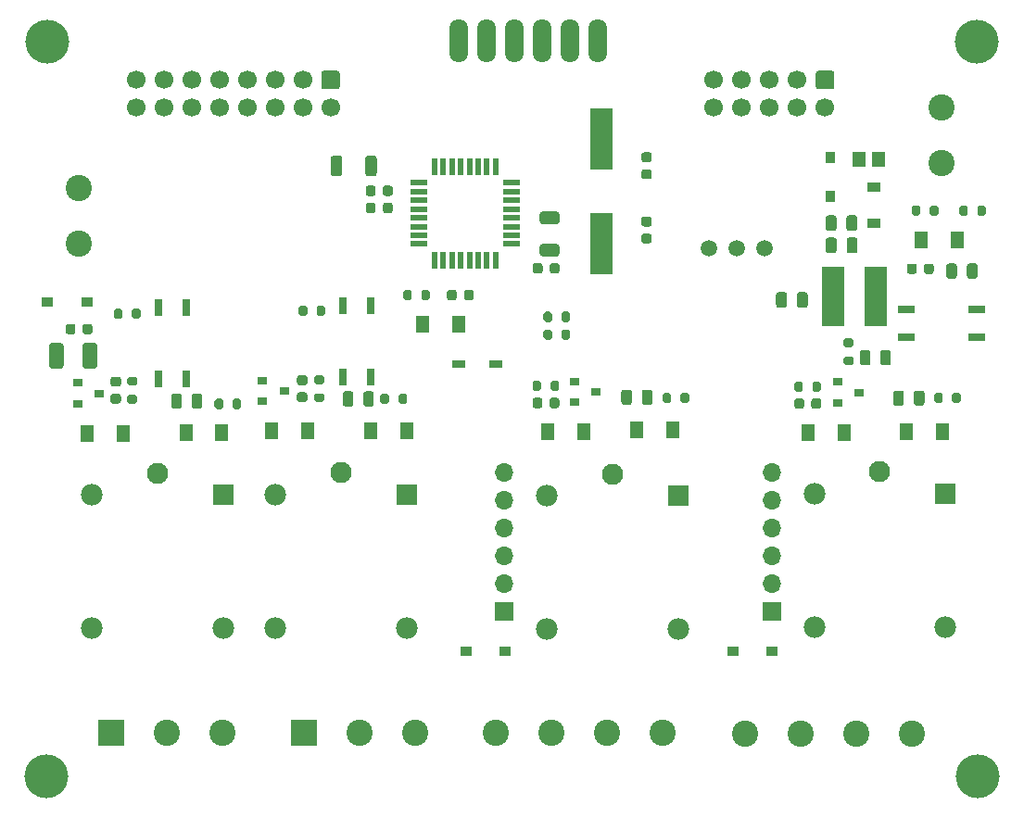
<source format=gbr>
%TF.GenerationSoftware,KiCad,Pcbnew,(5.1.10)-1*%
%TF.CreationDate,2021-12-03T15:52:50+05:30*%
%TF.ProjectId,Relay Board 2.0,52656c61-7920-4426-9f61-726420322e30,rev?*%
%TF.SameCoordinates,Original*%
%TF.FileFunction,Soldermask,Top*%
%TF.FilePolarity,Negative*%
%FSLAX46Y46*%
G04 Gerber Fmt 4.6, Leading zero omitted, Abs format (unit mm)*
G04 Created by KiCad (PCBNEW (5.1.10)-1) date 2021-12-03 15:52:50*
%MOMM*%
%LPD*%
G01*
G04 APERTURE LIST*
%ADD10R,1.200000X0.900000*%
%ADD11C,4.000000*%
%ADD12C,1.980000*%
%ADD13C,1.935000*%
%ADD14R,1.980000X1.980000*%
%ADD15C,1.700000*%
%ADD16O,1.700000X4.000000*%
%ADD17C,2.400000*%
%ADD18R,2.400000X2.400000*%
%ADD19R,2.100000X5.600000*%
%ADD20R,1.550000X0.700000*%
%ADD21R,0.700000X1.550000*%
%ADD22R,1.150000X1.470000*%
%ADD23R,0.900000X0.800000*%
%ADD24C,1.500000*%
%ADD25R,2.150000X5.500000*%
%ADD26O,1.700000X1.700000*%
%ADD27R,1.700000X1.700000*%
%ADD28R,0.600000X1.500000*%
%ADD29R,1.500000X0.600000*%
%ADD30R,1.200000X0.750000*%
%ADD31R,1.150000X1.650000*%
%ADD32R,0.850000X1.050000*%
%ADD33R,1.050000X0.850000*%
G04 APERTURE END LIST*
D10*
%TO.C,D22*%
X178041300Y-62662800D03*
X178041300Y-65962800D03*
%TD*%
%TO.C,C17*%
G36*
G01*
X104013500Y-77179998D02*
X104013500Y-79030002D01*
G75*
G02*
X103763502Y-79280000I-249998J0D01*
G01*
X102938498Y-79280000D01*
G75*
G02*
X102688500Y-79030002I0J249998D01*
G01*
X102688500Y-77179998D01*
G75*
G02*
X102938498Y-76930000I249998J0D01*
G01*
X103763502Y-76930000D01*
G75*
G02*
X104013500Y-77179998I0J-249998D01*
G01*
G37*
G36*
G01*
X107088500Y-77179998D02*
X107088500Y-79030002D01*
G75*
G02*
X106838502Y-79280000I-249998J0D01*
G01*
X106013498Y-79280000D01*
G75*
G02*
X105763500Y-79030002I0J249998D01*
G01*
X105763500Y-77179998D01*
G75*
G02*
X106013498Y-76930000I249998J0D01*
G01*
X106838502Y-76930000D01*
G75*
G02*
X107088500Y-77179998I0J-249998D01*
G01*
G37*
%TD*%
%TO.C,D8*%
G36*
G01*
X131399700Y-82510950D02*
X131399700Y-81598450D01*
G75*
G02*
X131643450Y-81354700I243750J0D01*
G01*
X132130950Y-81354700D01*
G75*
G02*
X132374700Y-81598450I0J-243750D01*
G01*
X132374700Y-82510950D01*
G75*
G02*
X132130950Y-82754700I-243750J0D01*
G01*
X131643450Y-82754700D01*
G75*
G02*
X131399700Y-82510950I0J243750D01*
G01*
G37*
G36*
G01*
X129524700Y-82510950D02*
X129524700Y-81598450D01*
G75*
G02*
X129768450Y-81354700I243750J0D01*
G01*
X130255950Y-81354700D01*
G75*
G02*
X130499700Y-81598450I0J-243750D01*
G01*
X130499700Y-82510950D01*
G75*
G02*
X130255950Y-82754700I-243750J0D01*
G01*
X129768450Y-82754700D01*
G75*
G02*
X129524700Y-82510950I0J243750D01*
G01*
G37*
%TD*%
%TO.C,R13*%
G36*
G01*
X175480300Y-78174400D02*
X176030300Y-78174400D01*
G75*
G02*
X176230300Y-78374400I0J-200000D01*
G01*
X176230300Y-78774400D01*
G75*
G02*
X176030300Y-78974400I-200000J0D01*
G01*
X175480300Y-78974400D01*
G75*
G02*
X175280300Y-78774400I0J200000D01*
G01*
X175280300Y-78374400D01*
G75*
G02*
X175480300Y-78174400I200000J0D01*
G01*
G37*
G36*
G01*
X175480300Y-76524400D02*
X176030300Y-76524400D01*
G75*
G02*
X176230300Y-76724400I0J-200000D01*
G01*
X176230300Y-77124400D01*
G75*
G02*
X176030300Y-77324400I-200000J0D01*
G01*
X175480300Y-77324400D01*
G75*
G02*
X175280300Y-77124400I0J200000D01*
G01*
X175280300Y-76724400D01*
G75*
G02*
X175480300Y-76524400I200000J0D01*
G01*
G37*
%TD*%
D11*
%TO.C,H4*%
X102440000Y-116570000D03*
%TD*%
%TO.C,H3*%
X187520000Y-116530000D03*
%TD*%
%TO.C,H2*%
X187460000Y-49430000D03*
%TD*%
%TO.C,H1*%
X102490000Y-49420000D03*
%TD*%
%TO.C,C12*%
G36*
G01*
X170120000Y-72535000D02*
X170120000Y-73485000D01*
G75*
G02*
X169870000Y-73735000I-250000J0D01*
G01*
X169370000Y-73735000D01*
G75*
G02*
X169120000Y-73485000I0J250000D01*
G01*
X169120000Y-72535000D01*
G75*
G02*
X169370000Y-72285000I250000J0D01*
G01*
X169870000Y-72285000D01*
G75*
G02*
X170120000Y-72535000I0J-250000D01*
G01*
G37*
G36*
G01*
X172020000Y-72535000D02*
X172020000Y-73485000D01*
G75*
G02*
X171770000Y-73735000I-250000J0D01*
G01*
X171270000Y-73735000D01*
G75*
G02*
X171020000Y-73485000I0J250000D01*
G01*
X171020000Y-72535000D01*
G75*
G02*
X171270000Y-72285000I250000J0D01*
G01*
X171770000Y-72285000D01*
G75*
G02*
X172020000Y-72535000I0J-250000D01*
G01*
G37*
%TD*%
%TO.C,C8*%
G36*
G01*
X174644900Y-65514200D02*
X174644900Y-66464200D01*
G75*
G02*
X174394900Y-66714200I-250000J0D01*
G01*
X173894900Y-66714200D01*
G75*
G02*
X173644900Y-66464200I0J250000D01*
G01*
X173644900Y-65514200D01*
G75*
G02*
X173894900Y-65264200I250000J0D01*
G01*
X174394900Y-65264200D01*
G75*
G02*
X174644900Y-65514200I0J-250000D01*
G01*
G37*
G36*
G01*
X176544900Y-65514200D02*
X176544900Y-66464200D01*
G75*
G02*
X176294900Y-66714200I-250000J0D01*
G01*
X175794900Y-66714200D01*
G75*
G02*
X175544900Y-66464200I0J250000D01*
G01*
X175544900Y-65514200D01*
G75*
G02*
X175794900Y-65264200I250000J0D01*
G01*
X176294900Y-65264200D01*
G75*
G02*
X176544900Y-65514200I0J-250000D01*
G01*
G37*
%TD*%
%TO.C,C7*%
G36*
G01*
X174657600Y-67546200D02*
X174657600Y-68496200D01*
G75*
G02*
X174407600Y-68746200I-250000J0D01*
G01*
X173907600Y-68746200D01*
G75*
G02*
X173657600Y-68496200I0J250000D01*
G01*
X173657600Y-67546200D01*
G75*
G02*
X173907600Y-67296200I250000J0D01*
G01*
X174407600Y-67296200D01*
G75*
G02*
X174657600Y-67546200I0J-250000D01*
G01*
G37*
G36*
G01*
X176557600Y-67546200D02*
X176557600Y-68496200D01*
G75*
G02*
X176307600Y-68746200I-250000J0D01*
G01*
X175807600Y-68746200D01*
G75*
G02*
X175557600Y-68496200I0J250000D01*
G01*
X175557600Y-67546200D01*
G75*
G02*
X175807600Y-67296200I250000J0D01*
G01*
X176307600Y-67296200D01*
G75*
G02*
X176557600Y-67546200I0J-250000D01*
G01*
G37*
%TD*%
D12*
%TO.C,K3*%
X135360000Y-103000000D03*
X123360000Y-103000000D03*
X123360000Y-90800000D03*
D13*
X129360000Y-88800000D03*
D14*
X135360000Y-90800000D03*
%TD*%
D15*
%TO.C,J11*%
X163440000Y-55440000D03*
X165980000Y-55440000D03*
X168520000Y-55440000D03*
X171060000Y-55440000D03*
X173600000Y-55440000D03*
X163440000Y-52900000D03*
X165980000Y-52900000D03*
X168520000Y-52900000D03*
X171060000Y-52900000D03*
G36*
G01*
X173000000Y-52050000D02*
X174200000Y-52050000D01*
G75*
G02*
X174450000Y-52300000I0J-250000D01*
G01*
X174450000Y-53500000D01*
G75*
G02*
X174200000Y-53750000I-250000J0D01*
G01*
X173000000Y-53750000D01*
G75*
G02*
X172750000Y-53500000I0J250000D01*
G01*
X172750000Y-52300000D01*
G75*
G02*
X173000000Y-52050000I250000J0D01*
G01*
G37*
%TD*%
%TO.C,C14*%
G36*
G01*
X140595000Y-72810000D02*
X140595000Y-72310000D01*
G75*
G02*
X140820000Y-72085000I225000J0D01*
G01*
X141270000Y-72085000D01*
G75*
G02*
X141495000Y-72310000I0J-225000D01*
G01*
X141495000Y-72810000D01*
G75*
G02*
X141270000Y-73035000I-225000J0D01*
G01*
X140820000Y-73035000D01*
G75*
G02*
X140595000Y-72810000I0J225000D01*
G01*
G37*
G36*
G01*
X139045000Y-72810000D02*
X139045000Y-72310000D01*
G75*
G02*
X139270000Y-72085000I225000J0D01*
G01*
X139720000Y-72085000D01*
G75*
G02*
X139945000Y-72310000I0J-225000D01*
G01*
X139945000Y-72810000D01*
G75*
G02*
X139720000Y-73035000I-225000J0D01*
G01*
X139270000Y-73035000D01*
G75*
G02*
X139045000Y-72810000I0J225000D01*
G01*
G37*
%TD*%
D16*
%TO.C,J10*%
X152789600Y-49330000D03*
X150249600Y-49330000D03*
X147709600Y-49330000D03*
X145169600Y-49330000D03*
X142629600Y-49330000D03*
X140089600Y-49330000D03*
%TD*%
D17*
%TO.C,J5*%
X118560000Y-112600000D03*
X113480000Y-112600000D03*
D18*
X108400000Y-112600000D03*
%TD*%
D17*
%TO.C,J4*%
X136110000Y-112600000D03*
X131030000Y-112600000D03*
D18*
X125950000Y-112600000D03*
%TD*%
D19*
%TO.C,Y1*%
X153170000Y-58330000D03*
X153170000Y-67830000D03*
%TD*%
D20*
%TO.C,U3*%
X180990000Y-76430000D03*
X180990000Y-73890000D03*
X187490000Y-73890000D03*
X187490000Y-76430000D03*
%TD*%
D21*
%TO.C,U2*%
X115190000Y-80200000D03*
X112650000Y-80200000D03*
X112650000Y-73700000D03*
X115190000Y-73700000D03*
%TD*%
%TO.C,U1*%
X132090000Y-80021500D03*
X129550000Y-80021500D03*
X129550000Y-73521500D03*
X132090000Y-73521500D03*
%TD*%
D22*
%TO.C,RT1*%
X178490000Y-60170000D03*
X176730000Y-60170000D03*
%TD*%
%TO.C,R16*%
G36*
G01*
X136695000Y-72835000D02*
X136695000Y-72285000D01*
G75*
G02*
X136895000Y-72085000I200000J0D01*
G01*
X137295000Y-72085000D01*
G75*
G02*
X137495000Y-72285000I0J-200000D01*
G01*
X137495000Y-72835000D01*
G75*
G02*
X137295000Y-73035000I-200000J0D01*
G01*
X136895000Y-73035000D01*
G75*
G02*
X136695000Y-72835000I0J200000D01*
G01*
G37*
G36*
G01*
X135045000Y-72835000D02*
X135045000Y-72285000D01*
G75*
G02*
X135245000Y-72085000I200000J0D01*
G01*
X135645000Y-72085000D01*
G75*
G02*
X135845000Y-72285000I0J-200000D01*
G01*
X135845000Y-72835000D01*
G75*
G02*
X135645000Y-73035000I-200000J0D01*
G01*
X135245000Y-73035000D01*
G75*
G02*
X135045000Y-72835000I0J200000D01*
G01*
G37*
%TD*%
%TO.C,R15*%
G36*
G01*
X149515000Y-76445000D02*
X149515000Y-75895000D01*
G75*
G02*
X149715000Y-75695000I200000J0D01*
G01*
X150115000Y-75695000D01*
G75*
G02*
X150315000Y-75895000I0J-200000D01*
G01*
X150315000Y-76445000D01*
G75*
G02*
X150115000Y-76645000I-200000J0D01*
G01*
X149715000Y-76645000D01*
G75*
G02*
X149515000Y-76445000I0J200000D01*
G01*
G37*
G36*
G01*
X147865000Y-76445000D02*
X147865000Y-75895000D01*
G75*
G02*
X148065000Y-75695000I200000J0D01*
G01*
X148465000Y-75695000D01*
G75*
G02*
X148665000Y-75895000I0J-200000D01*
G01*
X148665000Y-76445000D01*
G75*
G02*
X148465000Y-76645000I-200000J0D01*
G01*
X148065000Y-76645000D01*
G75*
G02*
X147865000Y-76445000I0J200000D01*
G01*
G37*
%TD*%
%TO.C,R14*%
G36*
G01*
X148655000Y-74275000D02*
X148655000Y-74825000D01*
G75*
G02*
X148455000Y-75025000I-200000J0D01*
G01*
X148055000Y-75025000D01*
G75*
G02*
X147855000Y-74825000I0J200000D01*
G01*
X147855000Y-74275000D01*
G75*
G02*
X148055000Y-74075000I200000J0D01*
G01*
X148455000Y-74075000D01*
G75*
G02*
X148655000Y-74275000I0J-200000D01*
G01*
G37*
G36*
G01*
X150305000Y-74275000D02*
X150305000Y-74825000D01*
G75*
G02*
X150105000Y-75025000I-200000J0D01*
G01*
X149705000Y-75025000D01*
G75*
G02*
X149505000Y-74825000I0J200000D01*
G01*
X149505000Y-74275000D01*
G75*
G02*
X149705000Y-74075000I200000J0D01*
G01*
X150105000Y-74075000D01*
G75*
G02*
X150305000Y-74275000I0J-200000D01*
G01*
G37*
%TD*%
%TO.C,R12*%
G36*
G01*
X119455000Y-82785000D02*
X119455000Y-82235000D01*
G75*
G02*
X119655000Y-82035000I200000J0D01*
G01*
X120055000Y-82035000D01*
G75*
G02*
X120255000Y-82235000I0J-200000D01*
G01*
X120255000Y-82785000D01*
G75*
G02*
X120055000Y-82985000I-200000J0D01*
G01*
X119655000Y-82985000D01*
G75*
G02*
X119455000Y-82785000I0J200000D01*
G01*
G37*
G36*
G01*
X117805000Y-82785000D02*
X117805000Y-82235000D01*
G75*
G02*
X118005000Y-82035000I200000J0D01*
G01*
X118405000Y-82035000D01*
G75*
G02*
X118605000Y-82235000I0J-200000D01*
G01*
X118605000Y-82785000D01*
G75*
G02*
X118405000Y-82985000I-200000J0D01*
G01*
X118005000Y-82985000D01*
G75*
G02*
X117805000Y-82785000I0J200000D01*
G01*
G37*
%TD*%
%TO.C,R11*%
G36*
G01*
X134613200Y-82317000D02*
X134613200Y-81767000D01*
G75*
G02*
X134813200Y-81567000I200000J0D01*
G01*
X135213200Y-81567000D01*
G75*
G02*
X135413200Y-81767000I0J-200000D01*
G01*
X135413200Y-82317000D01*
G75*
G02*
X135213200Y-82517000I-200000J0D01*
G01*
X134813200Y-82517000D01*
G75*
G02*
X134613200Y-82317000I0J200000D01*
G01*
G37*
G36*
G01*
X132963200Y-82317000D02*
X132963200Y-81767000D01*
G75*
G02*
X133163200Y-81567000I200000J0D01*
G01*
X133563200Y-81567000D01*
G75*
G02*
X133763200Y-81767000I0J-200000D01*
G01*
X133763200Y-82317000D01*
G75*
G02*
X133563200Y-82517000I-200000J0D01*
G01*
X133163200Y-82517000D01*
G75*
G02*
X132963200Y-82317000I0J200000D01*
G01*
G37*
%TD*%
%TO.C,R10*%
G36*
G01*
X110585000Y-80829600D02*
X110035000Y-80829600D01*
G75*
G02*
X109835000Y-80629600I0J200000D01*
G01*
X109835000Y-80229600D01*
G75*
G02*
X110035000Y-80029600I200000J0D01*
G01*
X110585000Y-80029600D01*
G75*
G02*
X110785000Y-80229600I0J-200000D01*
G01*
X110785000Y-80629600D01*
G75*
G02*
X110585000Y-80829600I-200000J0D01*
G01*
G37*
G36*
G01*
X110585000Y-82479600D02*
X110035000Y-82479600D01*
G75*
G02*
X109835000Y-82279600I0J200000D01*
G01*
X109835000Y-81879600D01*
G75*
G02*
X110035000Y-81679600I200000J0D01*
G01*
X110585000Y-81679600D01*
G75*
G02*
X110785000Y-81879600I0J-200000D01*
G01*
X110785000Y-82279600D01*
G75*
G02*
X110585000Y-82479600I-200000J0D01*
G01*
G37*
%TD*%
%TO.C,R9*%
G36*
G01*
X127655000Y-80695000D02*
X127105000Y-80695000D01*
G75*
G02*
X126905000Y-80495000I0J200000D01*
G01*
X126905000Y-80095000D01*
G75*
G02*
X127105000Y-79895000I200000J0D01*
G01*
X127655000Y-79895000D01*
G75*
G02*
X127855000Y-80095000I0J-200000D01*
G01*
X127855000Y-80495000D01*
G75*
G02*
X127655000Y-80695000I-200000J0D01*
G01*
G37*
G36*
G01*
X127655000Y-82345000D02*
X127105000Y-82345000D01*
G75*
G02*
X126905000Y-82145000I0J200000D01*
G01*
X126905000Y-81745000D01*
G75*
G02*
X127105000Y-81545000I200000J0D01*
G01*
X127655000Y-81545000D01*
G75*
G02*
X127855000Y-81745000I0J-200000D01*
G01*
X127855000Y-82145000D01*
G75*
G02*
X127655000Y-82345000I-200000J0D01*
G01*
G37*
%TD*%
%TO.C,R8*%
G36*
G01*
X182315000Y-64565000D02*
X182315000Y-65115000D01*
G75*
G02*
X182115000Y-65315000I-200000J0D01*
G01*
X181715000Y-65315000D01*
G75*
G02*
X181515000Y-65115000I0J200000D01*
G01*
X181515000Y-64565000D01*
G75*
G02*
X181715000Y-64365000I200000J0D01*
G01*
X182115000Y-64365000D01*
G75*
G02*
X182315000Y-64565000I0J-200000D01*
G01*
G37*
G36*
G01*
X183965000Y-64565000D02*
X183965000Y-65115000D01*
G75*
G02*
X183765000Y-65315000I-200000J0D01*
G01*
X183365000Y-65315000D01*
G75*
G02*
X183165000Y-65115000I0J200000D01*
G01*
X183165000Y-64565000D01*
G75*
G02*
X183365000Y-64365000I200000J0D01*
G01*
X183765000Y-64365000D01*
G75*
G02*
X183965000Y-64565000I0J-200000D01*
G01*
G37*
%TD*%
%TO.C,R7*%
G36*
G01*
X187495000Y-65125000D02*
X187495000Y-64575000D01*
G75*
G02*
X187695000Y-64375000I200000J0D01*
G01*
X188095000Y-64375000D01*
G75*
G02*
X188295000Y-64575000I0J-200000D01*
G01*
X188295000Y-65125000D01*
G75*
G02*
X188095000Y-65325000I-200000J0D01*
G01*
X187695000Y-65325000D01*
G75*
G02*
X187495000Y-65125000I0J200000D01*
G01*
G37*
G36*
G01*
X185845000Y-65125000D02*
X185845000Y-64575000D01*
G75*
G02*
X186045000Y-64375000I200000J0D01*
G01*
X186445000Y-64375000D01*
G75*
G02*
X186645000Y-64575000I0J-200000D01*
G01*
X186645000Y-65125000D01*
G75*
G02*
X186445000Y-65325000I-200000J0D01*
G01*
X186045000Y-65325000D01*
G75*
G02*
X185845000Y-65125000I0J200000D01*
G01*
G37*
%TD*%
%TO.C,R6*%
G36*
G01*
X185195000Y-82235000D02*
X185195000Y-81685000D01*
G75*
G02*
X185395000Y-81485000I200000J0D01*
G01*
X185795000Y-81485000D01*
G75*
G02*
X185995000Y-81685000I0J-200000D01*
G01*
X185995000Y-82235000D01*
G75*
G02*
X185795000Y-82435000I-200000J0D01*
G01*
X185395000Y-82435000D01*
G75*
G02*
X185195000Y-82235000I0J200000D01*
G01*
G37*
G36*
G01*
X183545000Y-82235000D02*
X183545000Y-81685000D01*
G75*
G02*
X183745000Y-81485000I200000J0D01*
G01*
X184145000Y-81485000D01*
G75*
G02*
X184345000Y-81685000I0J-200000D01*
G01*
X184345000Y-82235000D01*
G75*
G02*
X184145000Y-82435000I-200000J0D01*
G01*
X183745000Y-82435000D01*
G75*
G02*
X183545000Y-82235000I0J200000D01*
G01*
G37*
%TD*%
%TO.C,R5*%
G36*
G01*
X160385000Y-82235000D02*
X160385000Y-81685000D01*
G75*
G02*
X160585000Y-81485000I200000J0D01*
G01*
X160985000Y-81485000D01*
G75*
G02*
X161185000Y-81685000I0J-200000D01*
G01*
X161185000Y-82235000D01*
G75*
G02*
X160985000Y-82435000I-200000J0D01*
G01*
X160585000Y-82435000D01*
G75*
G02*
X160385000Y-82235000I0J200000D01*
G01*
G37*
G36*
G01*
X158735000Y-82235000D02*
X158735000Y-81685000D01*
G75*
G02*
X158935000Y-81485000I200000J0D01*
G01*
X159335000Y-81485000D01*
G75*
G02*
X159535000Y-81685000I0J-200000D01*
G01*
X159535000Y-82235000D01*
G75*
G02*
X159335000Y-82435000I-200000J0D01*
G01*
X158935000Y-82435000D01*
G75*
G02*
X158735000Y-82235000I0J200000D01*
G01*
G37*
%TD*%
%TO.C,R4*%
G36*
G01*
X172425000Y-81215000D02*
X172425000Y-80665000D01*
G75*
G02*
X172625000Y-80465000I200000J0D01*
G01*
X173025000Y-80465000D01*
G75*
G02*
X173225000Y-80665000I0J-200000D01*
G01*
X173225000Y-81215000D01*
G75*
G02*
X173025000Y-81415000I-200000J0D01*
G01*
X172625000Y-81415000D01*
G75*
G02*
X172425000Y-81215000I0J200000D01*
G01*
G37*
G36*
G01*
X170775000Y-81215000D02*
X170775000Y-80665000D01*
G75*
G02*
X170975000Y-80465000I200000J0D01*
G01*
X171375000Y-80465000D01*
G75*
G02*
X171575000Y-80665000I0J-200000D01*
G01*
X171575000Y-81215000D01*
G75*
G02*
X171375000Y-81415000I-200000J0D01*
G01*
X170975000Y-81415000D01*
G75*
G02*
X170775000Y-81215000I0J200000D01*
G01*
G37*
%TD*%
%TO.C,R3*%
G36*
G01*
X148505000Y-81125000D02*
X148505000Y-80575000D01*
G75*
G02*
X148705000Y-80375000I200000J0D01*
G01*
X149105000Y-80375000D01*
G75*
G02*
X149305000Y-80575000I0J-200000D01*
G01*
X149305000Y-81125000D01*
G75*
G02*
X149105000Y-81325000I-200000J0D01*
G01*
X148705000Y-81325000D01*
G75*
G02*
X148505000Y-81125000I0J200000D01*
G01*
G37*
G36*
G01*
X146855000Y-81125000D02*
X146855000Y-80575000D01*
G75*
G02*
X147055000Y-80375000I200000J0D01*
G01*
X147455000Y-80375000D01*
G75*
G02*
X147655000Y-80575000I0J-200000D01*
G01*
X147655000Y-81125000D01*
G75*
G02*
X147455000Y-81325000I-200000J0D01*
G01*
X147055000Y-81325000D01*
G75*
G02*
X146855000Y-81125000I0J200000D01*
G01*
G37*
%TD*%
%TO.C,R2*%
G36*
G01*
X110254600Y-74531900D02*
X110254600Y-73981900D01*
G75*
G02*
X110454600Y-73781900I200000J0D01*
G01*
X110854600Y-73781900D01*
G75*
G02*
X111054600Y-73981900I0J-200000D01*
G01*
X111054600Y-74531900D01*
G75*
G02*
X110854600Y-74731900I-200000J0D01*
G01*
X110454600Y-74731900D01*
G75*
G02*
X110254600Y-74531900I0J200000D01*
G01*
G37*
G36*
G01*
X108604600Y-74531900D02*
X108604600Y-73981900D01*
G75*
G02*
X108804600Y-73781900I200000J0D01*
G01*
X109204600Y-73781900D01*
G75*
G02*
X109404600Y-73981900I0J-200000D01*
G01*
X109404600Y-74531900D01*
G75*
G02*
X109204600Y-74731900I-200000J0D01*
G01*
X108804600Y-74731900D01*
G75*
G02*
X108604600Y-74531900I0J200000D01*
G01*
G37*
%TD*%
%TO.C,R1*%
G36*
G01*
X127132900Y-74277900D02*
X127132900Y-73727900D01*
G75*
G02*
X127332900Y-73527900I200000J0D01*
G01*
X127732900Y-73527900D01*
G75*
G02*
X127932900Y-73727900I0J-200000D01*
G01*
X127932900Y-74277900D01*
G75*
G02*
X127732900Y-74477900I-200000J0D01*
G01*
X127332900Y-74477900D01*
G75*
G02*
X127132900Y-74277900I0J200000D01*
G01*
G37*
G36*
G01*
X125482900Y-74277900D02*
X125482900Y-73727900D01*
G75*
G02*
X125682900Y-73527900I200000J0D01*
G01*
X126082900Y-73527900D01*
G75*
G02*
X126282900Y-73727900I0J-200000D01*
G01*
X126282900Y-74277900D01*
G75*
G02*
X126082900Y-74477900I-200000J0D01*
G01*
X125682900Y-74477900D01*
G75*
G02*
X125482900Y-74277900I0J200000D01*
G01*
G37*
%TD*%
D23*
%TO.C,Q4*%
X107290000Y-81534000D03*
X105290000Y-82484000D03*
X105290000Y-80584000D03*
%TD*%
%TO.C,Q3*%
X124200000Y-81310000D03*
X122200000Y-82260000D03*
X122200000Y-80360000D03*
%TD*%
%TO.C,Q2*%
X176710000Y-81460000D03*
X174710000Y-82410000D03*
X174710000Y-80510000D03*
%TD*%
%TO.C,Q1*%
X152670000Y-81390000D03*
X150670000Y-82340000D03*
X150670000Y-80440000D03*
%TD*%
D24*
%TO.C,PS1*%
X162950000Y-68265000D03*
X165490000Y-68265000D03*
X168030000Y-68265000D03*
%TD*%
%TO.C,L2*%
G36*
G01*
X131580600Y-61460001D02*
X131580600Y-60059999D01*
G75*
G02*
X131830599Y-59810000I249999J0D01*
G01*
X132380601Y-59810000D01*
G75*
G02*
X132630600Y-60059999I0J-249999D01*
G01*
X132630600Y-61460001D01*
G75*
G02*
X132380601Y-61710000I-249999J0D01*
G01*
X131830599Y-61710000D01*
G75*
G02*
X131580600Y-61460001I0J249999D01*
G01*
G37*
G36*
G01*
X128430600Y-61460001D02*
X128430600Y-60059999D01*
G75*
G02*
X128680599Y-59810000I249999J0D01*
G01*
X129230601Y-59810000D01*
G75*
G02*
X129480600Y-60059999I0J-249999D01*
G01*
X129480600Y-61460001D01*
G75*
G02*
X129230601Y-61710000I-249999J0D01*
G01*
X128680599Y-61710000D01*
G75*
G02*
X128430600Y-61460001I0J249999D01*
G01*
G37*
%TD*%
D25*
%TO.C,L1*%
X174363700Y-72656700D03*
X178213700Y-72656700D03*
%TD*%
D12*
%TO.C,K4*%
X118600000Y-103020000D03*
X106600000Y-103020000D03*
X106600000Y-90820000D03*
D13*
X112600000Y-88820000D03*
D14*
X118600000Y-90820000D03*
%TD*%
D12*
%TO.C,K2*%
X184600000Y-102910000D03*
X172600000Y-102910000D03*
X172600000Y-90710000D03*
D13*
X178600000Y-88710000D03*
D14*
X184600000Y-90710000D03*
%TD*%
D12*
%TO.C,K1*%
X160200000Y-103100000D03*
X148200000Y-103100000D03*
X148200000Y-90900000D03*
D13*
X154200000Y-88900000D03*
D14*
X160200000Y-90900000D03*
%TD*%
D26*
%TO.C,J9*%
X168700000Y-88800000D03*
X168700000Y-91340000D03*
X168700000Y-93880000D03*
X168700000Y-96420000D03*
X168700000Y-98960000D03*
D27*
X168700000Y-101500000D03*
%TD*%
D26*
%TO.C,J8*%
X144300000Y-88800000D03*
X144300000Y-91340000D03*
X144300000Y-93880000D03*
X144300000Y-96420000D03*
X144300000Y-98960000D03*
D27*
X144300000Y-101500000D03*
%TD*%
D15*
%TO.C,J7*%
X110620000Y-55440000D03*
X113160000Y-55440000D03*
X115700000Y-55440000D03*
X118240000Y-55440000D03*
X120780000Y-55440000D03*
X123320000Y-55440000D03*
X125860000Y-55440000D03*
X128400000Y-55440000D03*
X110620000Y-52900000D03*
X113160000Y-52900000D03*
X115700000Y-52900000D03*
X118240000Y-52900000D03*
X120780000Y-52900000D03*
X123320000Y-52900000D03*
X125860000Y-52900000D03*
G36*
G01*
X127800000Y-52050000D02*
X129000000Y-52050000D01*
G75*
G02*
X129250000Y-52300000I0J-250000D01*
G01*
X129250000Y-53500000D01*
G75*
G02*
X129000000Y-53750000I-250000J0D01*
G01*
X127800000Y-53750000D01*
G75*
G02*
X127550000Y-53500000I0J250000D01*
G01*
X127550000Y-52300000D01*
G75*
G02*
X127800000Y-52050000I250000J0D01*
G01*
G37*
%TD*%
D17*
%TO.C,J6*%
X105380000Y-67868800D03*
X105380000Y-62788800D03*
%TD*%
%TO.C,J3*%
X181540000Y-112620000D03*
X176460000Y-112620000D03*
X171380000Y-112620000D03*
X166300000Y-112620000D03*
%TD*%
%TO.C,J2*%
X158740000Y-112600000D03*
X153660000Y-112600000D03*
X148580000Y-112600000D03*
X143500000Y-112600000D03*
%TD*%
%TO.C,J1*%
X184210000Y-60490000D03*
X184210000Y-55410000D03*
%TD*%
D28*
%TO.C,IC1*%
X143500000Y-69350000D03*
X142700000Y-69350000D03*
X141900000Y-69350000D03*
X141100000Y-69350000D03*
X140300000Y-69350000D03*
X139500000Y-69350000D03*
X138700000Y-69350000D03*
X137900000Y-69350000D03*
D29*
X136450000Y-67900000D03*
X136450000Y-67100000D03*
X136450000Y-66300000D03*
X136450000Y-65500000D03*
X136450000Y-64700000D03*
X136450000Y-63900000D03*
X136450000Y-63100000D03*
X136450000Y-62300000D03*
D28*
X137900000Y-60850000D03*
X138700000Y-60850000D03*
X139500000Y-60850000D03*
X140300000Y-60850000D03*
X141100000Y-60850000D03*
X141900000Y-60850000D03*
X142700000Y-60850000D03*
X143500000Y-60850000D03*
D29*
X144950000Y-62300000D03*
X144950000Y-63100000D03*
X144950000Y-63900000D03*
X144950000Y-64700000D03*
X144950000Y-65500000D03*
X144950000Y-66300000D03*
X144950000Y-67100000D03*
X144950000Y-67900000D03*
%TD*%
D30*
%TO.C,D21*%
X143508200Y-78867000D03*
X140108200Y-78867000D03*
%TD*%
D31*
%TO.C,D20*%
X140150000Y-75200000D03*
X136850000Y-75200000D03*
%TD*%
D32*
%TO.C,D19*%
X174080000Y-59972800D03*
X174080000Y-63572800D03*
%TD*%
D33*
%TO.C,D18*%
X102568600Y-73152000D03*
X106168600Y-73152000D03*
%TD*%
%TO.C,D17*%
X165180000Y-105100000D03*
X168780000Y-105100000D03*
%TD*%
%TO.C,D16*%
X140790000Y-105080000D03*
X144390000Y-105080000D03*
%TD*%
%TO.C,D15*%
G36*
G01*
X177743700Y-77826550D02*
X177743700Y-78739050D01*
G75*
G02*
X177499950Y-78982800I-243750J0D01*
G01*
X177012450Y-78982800D01*
G75*
G02*
X176768700Y-78739050I0J243750D01*
G01*
X176768700Y-77826550D01*
G75*
G02*
X177012450Y-77582800I243750J0D01*
G01*
X177499950Y-77582800D01*
G75*
G02*
X177743700Y-77826550I0J-243750D01*
G01*
G37*
G36*
G01*
X179618700Y-77826550D02*
X179618700Y-78739050D01*
G75*
G02*
X179374950Y-78982800I-243750J0D01*
G01*
X178887450Y-78982800D01*
G75*
G02*
X178643700Y-78739050I0J243750D01*
G01*
X178643700Y-77826550D01*
G75*
G02*
X178887450Y-77582800I243750J0D01*
G01*
X179374950Y-77582800D01*
G75*
G02*
X179618700Y-77826550I0J-243750D01*
G01*
G37*
%TD*%
D31*
%TO.C,D14*%
X106198400Y-85191600D03*
X109498400Y-85191600D03*
%TD*%
%TO.C,D13*%
X115190000Y-85150000D03*
X118490000Y-85150000D03*
%TD*%
%TO.C,D12*%
X123050000Y-84980000D03*
X126350000Y-84980000D03*
%TD*%
%TO.C,D11*%
X132110000Y-84970000D03*
X135410000Y-84970000D03*
%TD*%
%TO.C,D10*%
G36*
G01*
X185650000Y-69903750D02*
X185650000Y-70816250D01*
G75*
G02*
X185406250Y-71060000I-243750J0D01*
G01*
X184918750Y-71060000D01*
G75*
G02*
X184675000Y-70816250I0J243750D01*
G01*
X184675000Y-69903750D01*
G75*
G02*
X184918750Y-69660000I243750J0D01*
G01*
X185406250Y-69660000D01*
G75*
G02*
X185650000Y-69903750I0J-243750D01*
G01*
G37*
G36*
G01*
X187525000Y-69903750D02*
X187525000Y-70816250D01*
G75*
G02*
X187281250Y-71060000I-243750J0D01*
G01*
X186793750Y-71060000D01*
G75*
G02*
X186550000Y-70816250I0J243750D01*
G01*
X186550000Y-69903750D01*
G75*
G02*
X186793750Y-69660000I243750J0D01*
G01*
X187281250Y-69660000D01*
G75*
G02*
X187525000Y-69903750I0J-243750D01*
G01*
G37*
%TD*%
%TO.C,D9*%
G36*
G01*
X115730000Y-82706250D02*
X115730000Y-81793750D01*
G75*
G02*
X115973750Y-81550000I243750J0D01*
G01*
X116461250Y-81550000D01*
G75*
G02*
X116705000Y-81793750I0J-243750D01*
G01*
X116705000Y-82706250D01*
G75*
G02*
X116461250Y-82950000I-243750J0D01*
G01*
X115973750Y-82950000D01*
G75*
G02*
X115730000Y-82706250I0J243750D01*
G01*
G37*
G36*
G01*
X113855000Y-82706250D02*
X113855000Y-81793750D01*
G75*
G02*
X114098750Y-81550000I243750J0D01*
G01*
X114586250Y-81550000D01*
G75*
G02*
X114830000Y-81793750I0J-243750D01*
G01*
X114830000Y-82706250D01*
G75*
G02*
X114586250Y-82950000I-243750J0D01*
G01*
X114098750Y-82950000D01*
G75*
G02*
X113855000Y-82706250I0J243750D01*
G01*
G37*
%TD*%
%TO.C,D7*%
X172080000Y-85130000D03*
X175380000Y-85130000D03*
%TD*%
%TO.C,D6*%
X181040000Y-85070000D03*
X184340000Y-85070000D03*
%TD*%
%TO.C,D5*%
X148230000Y-85060000D03*
X151530000Y-85060000D03*
%TD*%
%TO.C,D4*%
X156340000Y-84850000D03*
X159640000Y-84850000D03*
%TD*%
%TO.C,D3*%
X182400000Y-67500000D03*
X185700000Y-67500000D03*
%TD*%
%TO.C,D2*%
G36*
G01*
X181700000Y-82436250D02*
X181700000Y-81523750D01*
G75*
G02*
X181943750Y-81280000I243750J0D01*
G01*
X182431250Y-81280000D01*
G75*
G02*
X182675000Y-81523750I0J-243750D01*
G01*
X182675000Y-82436250D01*
G75*
G02*
X182431250Y-82680000I-243750J0D01*
G01*
X181943750Y-82680000D01*
G75*
G02*
X181700000Y-82436250I0J243750D01*
G01*
G37*
G36*
G01*
X179825000Y-82436250D02*
X179825000Y-81523750D01*
G75*
G02*
X180068750Y-81280000I243750J0D01*
G01*
X180556250Y-81280000D01*
G75*
G02*
X180800000Y-81523750I0J-243750D01*
G01*
X180800000Y-82436250D01*
G75*
G02*
X180556250Y-82680000I-243750J0D01*
G01*
X180068750Y-82680000D01*
G75*
G02*
X179825000Y-82436250I0J243750D01*
G01*
G37*
%TD*%
%TO.C,D1*%
G36*
G01*
X156850000Y-82356250D02*
X156850000Y-81443750D01*
G75*
G02*
X157093750Y-81200000I243750J0D01*
G01*
X157581250Y-81200000D01*
G75*
G02*
X157825000Y-81443750I0J-243750D01*
G01*
X157825000Y-82356250D01*
G75*
G02*
X157581250Y-82600000I-243750J0D01*
G01*
X157093750Y-82600000D01*
G75*
G02*
X156850000Y-82356250I0J243750D01*
G01*
G37*
G36*
G01*
X154975000Y-82356250D02*
X154975000Y-81443750D01*
G75*
G02*
X155218750Y-81200000I243750J0D01*
G01*
X155706250Y-81200000D01*
G75*
G02*
X155950000Y-81443750I0J-243750D01*
G01*
X155950000Y-82356250D01*
G75*
G02*
X155706250Y-82600000I-243750J0D01*
G01*
X155218750Y-82600000D01*
G75*
G02*
X154975000Y-82356250I0J243750D01*
G01*
G37*
%TD*%
%TO.C,C16*%
G36*
G01*
X132540000Y-62780000D02*
X132540000Y-63280000D01*
G75*
G02*
X132315000Y-63505000I-225000J0D01*
G01*
X131865000Y-63505000D01*
G75*
G02*
X131640000Y-63280000I0J225000D01*
G01*
X131640000Y-62780000D01*
G75*
G02*
X131865000Y-62555000I225000J0D01*
G01*
X132315000Y-62555000D01*
G75*
G02*
X132540000Y-62780000I0J-225000D01*
G01*
G37*
G36*
G01*
X134090000Y-62780000D02*
X134090000Y-63280000D01*
G75*
G02*
X133865000Y-63505000I-225000J0D01*
G01*
X133415000Y-63505000D01*
G75*
G02*
X133190000Y-63280000I0J225000D01*
G01*
X133190000Y-62780000D01*
G75*
G02*
X133415000Y-62555000I225000J0D01*
G01*
X133865000Y-62555000D01*
G75*
G02*
X134090000Y-62780000I0J-225000D01*
G01*
G37*
%TD*%
%TO.C,C15*%
G36*
G01*
X133190000Y-64850000D02*
X133190000Y-64350000D01*
G75*
G02*
X133415000Y-64125000I225000J0D01*
G01*
X133865000Y-64125000D01*
G75*
G02*
X134090000Y-64350000I0J-225000D01*
G01*
X134090000Y-64850000D01*
G75*
G02*
X133865000Y-65075000I-225000J0D01*
G01*
X133415000Y-65075000D01*
G75*
G02*
X133190000Y-64850000I0J225000D01*
G01*
G37*
G36*
G01*
X131640000Y-64850000D02*
X131640000Y-64350000D01*
G75*
G02*
X131865000Y-64125000I225000J0D01*
G01*
X132315000Y-64125000D01*
G75*
G02*
X132540000Y-64350000I0J-225000D01*
G01*
X132540000Y-64850000D01*
G75*
G02*
X132315000Y-65075000I-225000J0D01*
G01*
X131865000Y-65075000D01*
G75*
G02*
X131640000Y-64850000I0J225000D01*
G01*
G37*
%TD*%
%TO.C,C13*%
G36*
G01*
X147779999Y-67880000D02*
X149080001Y-67880000D01*
G75*
G02*
X149330000Y-68129999I0J-249999D01*
G01*
X149330000Y-68780001D01*
G75*
G02*
X149080001Y-69030000I-249999J0D01*
G01*
X147779999Y-69030000D01*
G75*
G02*
X147530000Y-68780001I0J249999D01*
G01*
X147530000Y-68129999D01*
G75*
G02*
X147779999Y-67880000I249999J0D01*
G01*
G37*
G36*
G01*
X147779999Y-64930000D02*
X149080001Y-64930000D01*
G75*
G02*
X149330000Y-65179999I0J-249999D01*
G01*
X149330000Y-65830001D01*
G75*
G02*
X149080001Y-66080000I-249999J0D01*
G01*
X147779999Y-66080000D01*
G75*
G02*
X147530000Y-65830001I0J249999D01*
G01*
X147530000Y-65179999D01*
G75*
G02*
X147779999Y-64930000I249999J0D01*
G01*
G37*
%TD*%
%TO.C,C11*%
G36*
G01*
X148435000Y-70360000D02*
X148435000Y-69860000D01*
G75*
G02*
X148660000Y-69635000I225000J0D01*
G01*
X149110000Y-69635000D01*
G75*
G02*
X149335000Y-69860000I0J-225000D01*
G01*
X149335000Y-70360000D01*
G75*
G02*
X149110000Y-70585000I-225000J0D01*
G01*
X148660000Y-70585000D01*
G75*
G02*
X148435000Y-70360000I0J225000D01*
G01*
G37*
G36*
G01*
X146885000Y-70360000D02*
X146885000Y-69860000D01*
G75*
G02*
X147110000Y-69635000I225000J0D01*
G01*
X147560000Y-69635000D01*
G75*
G02*
X147785000Y-69860000I0J-225000D01*
G01*
X147785000Y-70360000D01*
G75*
G02*
X147560000Y-70585000I-225000J0D01*
G01*
X147110000Y-70585000D01*
G75*
G02*
X146885000Y-70360000I0J225000D01*
G01*
G37*
%TD*%
%TO.C,C10*%
G36*
G01*
X157040000Y-61065000D02*
X157540000Y-61065000D01*
G75*
G02*
X157765000Y-61290000I0J-225000D01*
G01*
X157765000Y-61740000D01*
G75*
G02*
X157540000Y-61965000I-225000J0D01*
G01*
X157040000Y-61965000D01*
G75*
G02*
X156815000Y-61740000I0J225000D01*
G01*
X156815000Y-61290000D01*
G75*
G02*
X157040000Y-61065000I225000J0D01*
G01*
G37*
G36*
G01*
X157040000Y-59515000D02*
X157540000Y-59515000D01*
G75*
G02*
X157765000Y-59740000I0J-225000D01*
G01*
X157765000Y-60190000D01*
G75*
G02*
X157540000Y-60415000I-225000J0D01*
G01*
X157040000Y-60415000D01*
G75*
G02*
X156815000Y-60190000I0J225000D01*
G01*
X156815000Y-59740000D01*
G75*
G02*
X157040000Y-59515000I225000J0D01*
G01*
G37*
%TD*%
%TO.C,C9*%
G36*
G01*
X157530000Y-66295000D02*
X157030000Y-66295000D01*
G75*
G02*
X156805000Y-66070000I0J225000D01*
G01*
X156805000Y-65620000D01*
G75*
G02*
X157030000Y-65395000I225000J0D01*
G01*
X157530000Y-65395000D01*
G75*
G02*
X157755000Y-65620000I0J-225000D01*
G01*
X157755000Y-66070000D01*
G75*
G02*
X157530000Y-66295000I-225000J0D01*
G01*
G37*
G36*
G01*
X157530000Y-67845000D02*
X157030000Y-67845000D01*
G75*
G02*
X156805000Y-67620000I0J225000D01*
G01*
X156805000Y-67170000D01*
G75*
G02*
X157030000Y-66945000I225000J0D01*
G01*
X157530000Y-66945000D01*
G75*
G02*
X157755000Y-67170000I0J-225000D01*
G01*
X157755000Y-67620000D01*
G75*
G02*
X157530000Y-67845000I-225000J0D01*
G01*
G37*
%TD*%
%TO.C,C6*%
G36*
G01*
X105110400Y-75416600D02*
X105110400Y-75916600D01*
G75*
G02*
X104885400Y-76141600I-225000J0D01*
G01*
X104435400Y-76141600D01*
G75*
G02*
X104210400Y-75916600I0J225000D01*
G01*
X104210400Y-75416600D01*
G75*
G02*
X104435400Y-75191600I225000J0D01*
G01*
X104885400Y-75191600D01*
G75*
G02*
X105110400Y-75416600I0J-225000D01*
G01*
G37*
G36*
G01*
X106660400Y-75416600D02*
X106660400Y-75916600D01*
G75*
G02*
X106435400Y-76141600I-225000J0D01*
G01*
X105985400Y-76141600D01*
G75*
G02*
X105760400Y-75916600I0J225000D01*
G01*
X105760400Y-75416600D01*
G75*
G02*
X105985400Y-75191600I225000J0D01*
G01*
X106435400Y-75191600D01*
G75*
G02*
X106660400Y-75416600I0J-225000D01*
G01*
G37*
%TD*%
%TO.C,C5*%
G36*
G01*
X181975000Y-69910000D02*
X181975000Y-70410000D01*
G75*
G02*
X181750000Y-70635000I-225000J0D01*
G01*
X181300000Y-70635000D01*
G75*
G02*
X181075000Y-70410000I0J225000D01*
G01*
X181075000Y-69910000D01*
G75*
G02*
X181300000Y-69685000I225000J0D01*
G01*
X181750000Y-69685000D01*
G75*
G02*
X181975000Y-69910000I0J-225000D01*
G01*
G37*
G36*
G01*
X183525000Y-69910000D02*
X183525000Y-70410000D01*
G75*
G02*
X183300000Y-70635000I-225000J0D01*
G01*
X182850000Y-70635000D01*
G75*
G02*
X182625000Y-70410000I0J225000D01*
G01*
X182625000Y-69910000D01*
G75*
G02*
X182850000Y-69685000I225000J0D01*
G01*
X183300000Y-69685000D01*
G75*
G02*
X183525000Y-69910000I0J-225000D01*
G01*
G37*
%TD*%
%TO.C,C4*%
G36*
G01*
X108538200Y-81579600D02*
X109038200Y-81579600D01*
G75*
G02*
X109263200Y-81804600I0J-225000D01*
G01*
X109263200Y-82254600D01*
G75*
G02*
X109038200Y-82479600I-225000J0D01*
G01*
X108538200Y-82479600D01*
G75*
G02*
X108313200Y-82254600I0J225000D01*
G01*
X108313200Y-81804600D01*
G75*
G02*
X108538200Y-81579600I225000J0D01*
G01*
G37*
G36*
G01*
X108538200Y-80029600D02*
X109038200Y-80029600D01*
G75*
G02*
X109263200Y-80254600I0J-225000D01*
G01*
X109263200Y-80704600D01*
G75*
G02*
X109038200Y-80929600I-225000J0D01*
G01*
X108538200Y-80929600D01*
G75*
G02*
X108313200Y-80704600I0J225000D01*
G01*
X108313200Y-80254600D01*
G75*
G02*
X108538200Y-80029600I225000J0D01*
G01*
G37*
%TD*%
%TO.C,C3*%
G36*
G01*
X125570000Y-81445000D02*
X126070000Y-81445000D01*
G75*
G02*
X126295000Y-81670000I0J-225000D01*
G01*
X126295000Y-82120000D01*
G75*
G02*
X126070000Y-82345000I-225000J0D01*
G01*
X125570000Y-82345000D01*
G75*
G02*
X125345000Y-82120000I0J225000D01*
G01*
X125345000Y-81670000D01*
G75*
G02*
X125570000Y-81445000I225000J0D01*
G01*
G37*
G36*
G01*
X125570000Y-79895000D02*
X126070000Y-79895000D01*
G75*
G02*
X126295000Y-80120000I0J-225000D01*
G01*
X126295000Y-80570000D01*
G75*
G02*
X126070000Y-80795000I-225000J0D01*
G01*
X125570000Y-80795000D01*
G75*
G02*
X125345000Y-80570000I0J225000D01*
G01*
X125345000Y-80120000D01*
G75*
G02*
X125570000Y-79895000I225000J0D01*
G01*
G37*
%TD*%
%TO.C,C2*%
G36*
G01*
X172333800Y-82723800D02*
X172333800Y-82223800D01*
G75*
G02*
X172558800Y-81998800I225000J0D01*
G01*
X173008800Y-81998800D01*
G75*
G02*
X173233800Y-82223800I0J-225000D01*
G01*
X173233800Y-82723800D01*
G75*
G02*
X173008800Y-82948800I-225000J0D01*
G01*
X172558800Y-82948800D01*
G75*
G02*
X172333800Y-82723800I0J225000D01*
G01*
G37*
G36*
G01*
X170783800Y-82723800D02*
X170783800Y-82223800D01*
G75*
G02*
X171008800Y-81998800I225000J0D01*
G01*
X171458800Y-81998800D01*
G75*
G02*
X171683800Y-82223800I0J-225000D01*
G01*
X171683800Y-82723800D01*
G75*
G02*
X171458800Y-82948800I-225000J0D01*
G01*
X171008800Y-82948800D01*
G75*
G02*
X170783800Y-82723800I0J225000D01*
G01*
G37*
%TD*%
%TO.C,C1*%
G36*
G01*
X147765000Y-82170000D02*
X147765000Y-82670000D01*
G75*
G02*
X147540000Y-82895000I-225000J0D01*
G01*
X147090000Y-82895000D01*
G75*
G02*
X146865000Y-82670000I0J225000D01*
G01*
X146865000Y-82170000D01*
G75*
G02*
X147090000Y-81945000I225000J0D01*
G01*
X147540000Y-81945000D01*
G75*
G02*
X147765000Y-82170000I0J-225000D01*
G01*
G37*
G36*
G01*
X149315000Y-82170000D02*
X149315000Y-82670000D01*
G75*
G02*
X149090000Y-82895000I-225000J0D01*
G01*
X148640000Y-82895000D01*
G75*
G02*
X148415000Y-82670000I0J225000D01*
G01*
X148415000Y-82170000D01*
G75*
G02*
X148640000Y-81945000I225000J0D01*
G01*
X149090000Y-81945000D01*
G75*
G02*
X149315000Y-82170000I0J-225000D01*
G01*
G37*
%TD*%
M02*

</source>
